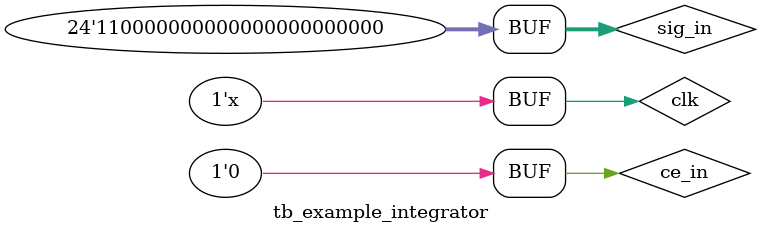
<source format=v>
`timescale 1ns / 1ps

module tb_example_integrator;

    reg clk, ce_in;
    reg [23:0] sig_in;
    wire ce_out;
    wire [23:0] sig_out;

    example_integrator dut (clk, ce_in, sig_in, ce_out, sig_out);

    initial begin
        clk = 0;
        ce_in = 0;
        sig_in = 32'b0;
    end

    always begin
        #8 ce_in = 1;
        #2 ce_in = 0;
    end

    always begin
        #100 sig_in = 24'd419430;      // ~0.1 in s(24,22)
        #10000 sig_in = 24'd4194304;   // 1 in s(24,22)
        #20000 sig_in = -24'd4194304;    // -1 in s(24,22)
        #19900;
    end

    always begin
        #1 clk = ~clk;
    end

endmodule
</source>
